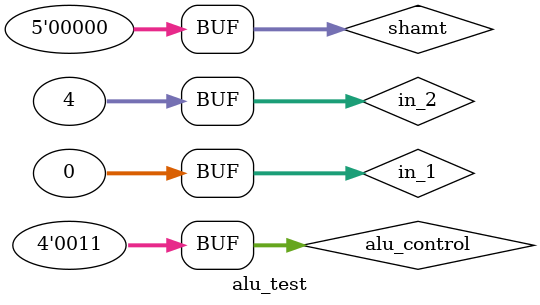
<source format=v>
module alu(
input wire [31:0] in_1,
input wire [31:0] in_2,
input wire [3:0]alu_control,
input wire [4:0]shamt,
output reg zero_signal,
output reg [31:0] out);

parameter add=4'b0010, addi=4'b0011,
	  lw=4'b1000, sw=4'b1001,
	  sll=4'b0100,And=4'b0000,Andi=4'b0001,Nor=4'b1100,
	  beq=4'b1010,jal=4'b1011,jr=4'b1111,
	  slt=4'b0111;

always@(alu_control)
   begin #200
	case(alu_control)
		//########################################################################
		//########################################################################
		////----simple arithmatic operations-------
		add:  out=in_1+in_2;
		addi: out=in_1+in_2; //in_2 after sign extenstion is 32 bits
		

		//########################################################################
		//########################################################################
		////----computes memory access-------
		lw: out=in_1+in_2;  //lw $5,4($1)-----$5=Mem[4+$1]-------4 after sign extension
		sw: out=in_1+in_2;  //sw $5,4($1)-----Mem[4+$1]=$5-------4 after sign extension
		



		//########################################################################
		//########################################################################
		////----logical operations-----------
		sll: out=in_1<<shamt;	// sll  d,s,shft           # $d gets the bits in $s 
                  		        //sll out,in_1,shamt	  //# shifted left logical
                						  // # by shft positions,
                						  // # where  0 ? shft < 32
		And: out=in_1 && in_2;
		Andi: out=in_1 && in_2;//after in_2 is extended
		Nor: out= !(in_1 || in_2);



		//########################################################################
		//########################################################################
		////----branch and jump---------------------
		beq://@@@@@@@@@special case in case of beq let out=0
		if(in_1 == in_2)
			begin
			zero_signal=1;  ////if in_1-in_2=0  or in_1==in_2 --->zero signal=1
			out=0; 
			 end
		else
			begin
			 zero_signal=0;
			out=0;
			end 
		jal: out=in_1<<0;//sll 0------> no operation
		jr:  out=in_1<<0;//sll 0------> no operation
	
			
		//########################################################################
		//########################################################################
		////----set if less than---------------------
		slt:if(in_1 < in_2) //set output to 1 if in_1 < in_2
			begin
			out=1; 
			 end
		else
			begin
			 out=0;
			end  
	endcase
   end
endmodule



module alu_test;
reg [31:0] in_1;
reg [31:0] in_2;
reg [3:0]alu_control;
reg [4:0]shamt;
wire zero_signal;
wire [31:0] out;
initial begin
in_1=32'h000000000;
in_2=32'h000000004;
alu_control=4'b0011;
shamt=5'b00000;
end
alu alu(in_1,in_2,alu_control,shamt,zero_signal,out);
always
begin
#100 $monitor($time,": in_1:%b,in_2:%b,alu_control:%b,shamt:%b,zero_signal:%b,out:%b",in_1,in_2,alu_control,shamt,zero_signal,out);
end 
endmodule

</source>
